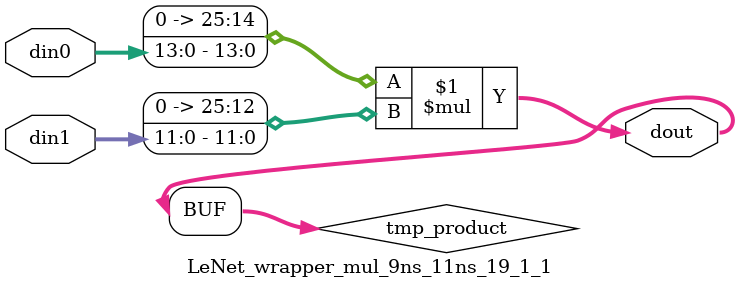
<source format=v>

`timescale 1 ns / 1 ps

  module LeNet_wrapper_mul_9ns_11ns_19_1_1(din0, din1, dout);
parameter ID = 1;
parameter NUM_STAGE = 0;
parameter din0_WIDTH = 14;
parameter din1_WIDTH = 12;
parameter dout_WIDTH = 26;

input [din0_WIDTH - 1 : 0] din0; 
input [din1_WIDTH - 1 : 0] din1; 
output [dout_WIDTH - 1 : 0] dout;

wire signed [dout_WIDTH - 1 : 0] tmp_product;










assign tmp_product = $signed({1'b0, din0}) * $signed({1'b0, din1});











assign dout = tmp_product;







endmodule

</source>
